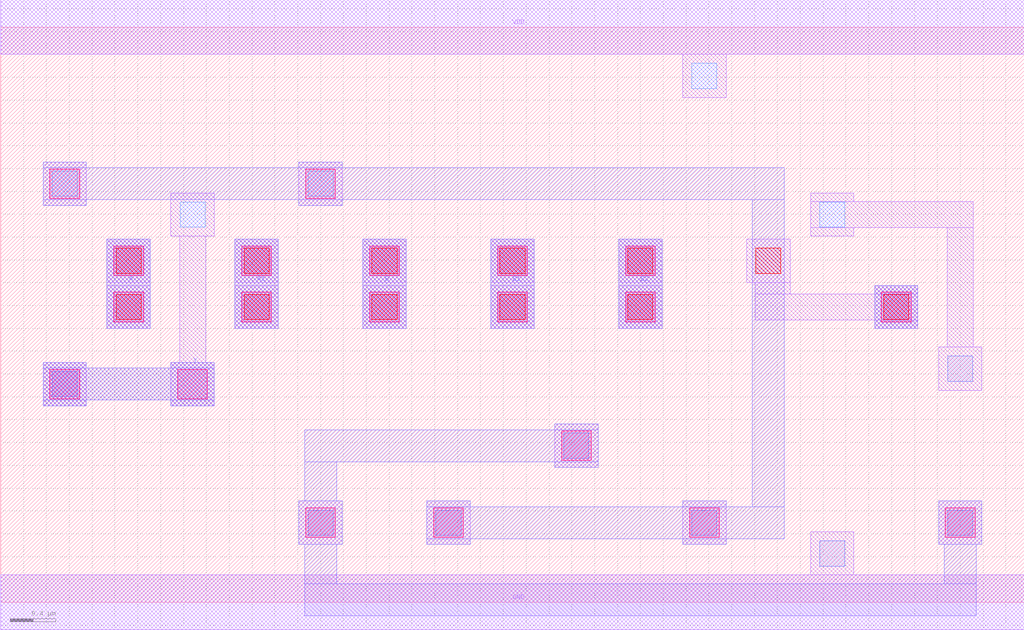
<source format=lef>
MACRO AOAI231
 CLASS CORE ;
 FOREIGN AOAI231 0 0 ;
 SIZE 8.96 BY 5.04 ;
 ORIGIN 0 0 ;
 SYMMETRY X Y R90 ;
 SITE unit ;
  PIN VDD
   DIRECTION INOUT ;
   USE POWER ;
   SHAPE ABUTMENT ;
    PORT
     CLASS CORE ;
       LAYER met1 ;
        RECT 0.00000000 4.80000000 8.96000000 5.28000000 ;
    END
  END VDD

  PIN GND
   DIRECTION INOUT ;
   USE POWER ;
   SHAPE ABUTMENT ;
    PORT
     CLASS CORE ;
       LAYER met1 ;
        RECT 0.00000000 -0.24000000 8.96000000 0.24000000 ;
    END
  END GND

  PIN Y
   DIRECTION INOUT ;
   USE SIGNAL ;
   SHAPE ABUTMENT ;
    PORT
     CLASS CORE ;
       LAYER met2 ;
        RECT 0.37000000 1.72200000 0.75000000 1.77200000 ;
        RECT 1.49000000 1.72200000 1.87000000 1.77200000 ;
        RECT 0.37000000 1.77200000 1.87000000 2.05200000 ;
        RECT 0.37000000 2.05200000 0.75000000 2.10200000 ;
        RECT 1.49000000 2.05200000 1.87000000 2.10200000 ;
    END
  END Y

  PIN A
   DIRECTION INOUT ;
   USE SIGNAL ;
   SHAPE ABUTMENT ;
    PORT
     CLASS CORE ;
       LAYER met2 ;
        RECT 0.93000000 2.39700000 1.31000000 3.18200000 ;
    END
  END A

  PIN C
   DIRECTION INOUT ;
   USE SIGNAL ;
   SHAPE ABUTMENT ;
    PORT
     CLASS CORE ;
       LAYER met2 ;
        RECT 7.65000000 2.39700000 8.03000000 2.77700000 ;
    END
  END C

  PIN A1
   DIRECTION INOUT ;
   USE SIGNAL ;
   SHAPE ABUTMENT ;
    PORT
     CLASS CORE ;
       LAYER met2 ;
        RECT 2.05000000 2.39700000 2.43000000 3.18200000 ;
    END
  END A1

  PIN B
   DIRECTION INOUT ;
   USE SIGNAL ;
   SHAPE ABUTMENT ;
    PORT
     CLASS CORE ;
       LAYER met2 ;
        RECT 3.17000000 2.39700000 3.55000000 3.18200000 ;
    END
  END B

  PIN B2
   DIRECTION INOUT ;
   USE SIGNAL ;
   SHAPE ABUTMENT ;
    PORT
     CLASS CORE ;
       LAYER met2 ;
        RECT 5.41000000 2.39700000 5.79000000 3.18200000 ;
    END
  END B2

  PIN B1
   DIRECTION INOUT ;
   USE SIGNAL ;
   SHAPE ABUTMENT ;
    PORT
     CLASS CORE ;
       LAYER met2 ;
        RECT 4.29000000 2.39700000 4.67000000 3.18200000 ;
    END
  END B1

 OBS
    LAYER polycont ;
     RECT 1.01000000 2.47700000 1.23000000 2.69700000 ;
     RECT 2.13000000 2.47700000 2.35000000 2.69700000 ;
     RECT 3.25000000 2.47700000 3.47000000 2.69700000 ;
     RECT 4.37000000 2.47700000 4.59000000 2.69700000 ;
     RECT 5.49000000 2.47700000 5.71000000 2.69700000 ;
     RECT 7.73000000 2.47700000 7.95000000 2.69700000 ;
     RECT 1.01000000 2.88200000 1.23000000 3.10200000 ;
     RECT 2.13000000 2.88200000 2.35000000 3.10200000 ;
     RECT 3.25000000 2.88200000 3.47000000 3.10200000 ;
     RECT 4.37000000 2.88200000 4.59000000 3.10200000 ;
     RECT 5.49000000 2.88200000 5.71000000 3.10200000 ;
     RECT 6.61000000 2.88200000 6.83000000 3.10200000 ;

    LAYER pdiffc ;
     RECT 1.57000000 3.28700000 1.79000000 3.50700000 ;
     RECT 7.17000000 3.28700000 7.39000000 3.50700000 ;
     RECT 0.45000000 3.55700000 0.67000000 3.77700000 ;
     RECT 2.69000000 3.55700000 2.91000000 3.77700000 ;
     RECT 6.05000000 4.50200000 6.27000000 4.72200000 ;

    LAYER ndiffc ;
     RECT 7.17000000 0.31700000 7.39000000 0.53700000 ;
     RECT 2.69000000 0.58700000 2.91000000 0.80700000 ;
     RECT 3.81000000 0.58700000 4.03000000 0.80700000 ;
     RECT 6.05000000 0.58700000 6.27000000 0.80700000 ;
     RECT 8.29000000 0.58700000 8.51000000 0.80700000 ;
     RECT 4.93000000 1.26200000 5.15000000 1.48200000 ;
     RECT 0.45000000 1.80200000 0.67000000 2.02200000 ;
     RECT 8.29000000 1.93700000 8.51000000 2.15700000 ;

    LAYER met1 ;
     RECT 0.00000000 -0.24000000 8.96000000 0.24000000 ;
     RECT 7.09000000 0.24000000 7.47000000 0.61700000 ;
     RECT 2.61000000 0.50700000 2.99000000 0.88700000 ;
     RECT 3.73000000 0.50700000 4.11000000 0.88700000 ;
     RECT 5.97000000 0.50700000 6.35000000 0.88700000 ;
     RECT 8.21000000 0.50700000 8.59000000 0.88700000 ;
     RECT 4.85000000 1.18200000 5.23000000 1.56200000 ;
     RECT 0.37000000 1.72200000 0.75000000 2.10200000 ;
     RECT 0.93000000 2.39700000 1.31000000 2.77700000 ;
     RECT 2.05000000 2.39700000 2.43000000 2.77700000 ;
     RECT 3.17000000 2.39700000 3.55000000 2.77700000 ;
     RECT 4.29000000 2.39700000 4.67000000 2.77700000 ;
     RECT 5.41000000 2.39700000 5.79000000 2.77700000 ;
     RECT 0.93000000 2.80200000 1.31000000 3.18200000 ;
     RECT 2.05000000 2.80200000 2.43000000 3.18200000 ;
     RECT 3.17000000 2.80200000 3.55000000 3.18200000 ;
     RECT 4.29000000 2.80200000 4.67000000 3.18200000 ;
     RECT 5.41000000 2.80200000 5.79000000 3.18200000 ;
     RECT 7.65000000 2.39700000 8.03000000 2.47200000 ;
     RECT 6.60500000 2.47200000 8.03000000 2.70200000 ;
     RECT 7.65000000 2.70200000 8.03000000 2.77700000 ;
     RECT 6.60500000 2.70200000 6.91000000 2.80200000 ;
     RECT 6.53000000 2.80200000 6.91000000 3.18200000 ;
     RECT 1.49000000 1.72200000 1.87000000 2.10200000 ;
     RECT 1.56500000 2.10200000 1.79500000 3.20700000 ;
     RECT 1.49000000 3.20700000 1.87000000 3.58700000 ;
     RECT 8.21000000 1.85700000 8.59000000 2.23700000 ;
     RECT 7.09000000 3.20700000 7.47000000 3.28200000 ;
     RECT 8.28500000 2.23700000 8.51500000 3.28200000 ;
     RECT 7.09000000 3.28200000 8.51500000 3.51200000 ;
     RECT 7.09000000 3.51200000 7.47000000 3.58700000 ;
     RECT 0.37000000 3.47700000 0.75000000 3.85700000 ;
     RECT 2.61000000 3.47700000 2.99000000 3.85700000 ;
     RECT 5.97000000 4.42200000 6.35000000 4.80000000 ;
     RECT 0.00000000 4.80000000 8.96000000 5.28000000 ;

    LAYER via1 ;
     RECT 2.67000000 0.56700000 2.93000000 0.82700000 ;
     RECT 3.79000000 0.56700000 4.05000000 0.82700000 ;
     RECT 6.03000000 0.56700000 6.29000000 0.82700000 ;
     RECT 8.27000000 0.56700000 8.53000000 0.82700000 ;
     RECT 4.91000000 1.24200000 5.17000000 1.50200000 ;
     RECT 0.43000000 1.78200000 0.69000000 2.04200000 ;
     RECT 1.55000000 1.78200000 1.81000000 2.04200000 ;
     RECT 0.99000000 2.45700000 1.25000000 2.71700000 ;
     RECT 2.11000000 2.45700000 2.37000000 2.71700000 ;
     RECT 3.23000000 2.45700000 3.49000000 2.71700000 ;
     RECT 4.35000000 2.45700000 4.61000000 2.71700000 ;
     RECT 5.47000000 2.45700000 5.73000000 2.71700000 ;
     RECT 7.71000000 2.45700000 7.97000000 2.71700000 ;
     RECT 0.99000000 2.86200000 1.25000000 3.12200000 ;
     RECT 2.11000000 2.86200000 2.37000000 3.12200000 ;
     RECT 3.23000000 2.86200000 3.49000000 3.12200000 ;
     RECT 4.35000000 2.86200000 4.61000000 3.12200000 ;
     RECT 5.47000000 2.86200000 5.73000000 3.12200000 ;
     RECT 0.43000000 3.53700000 0.69000000 3.79700000 ;
     RECT 2.67000000 3.53700000 2.93000000 3.79700000 ;

    LAYER met2 ;
     RECT 2.66000000 -0.11800000 8.54000000 0.16200000 ;
     RECT 2.66000000 0.16200000 2.94000000 0.50700000 ;
     RECT 8.26000000 0.16200000 8.54000000 0.50700000 ;
     RECT 2.61000000 0.50700000 2.99000000 0.88700000 ;
     RECT 8.21000000 0.50700000 8.59000000 0.88700000 ;
     RECT 2.66000000 0.88700000 2.94000000 1.23200000 ;
     RECT 4.85000000 1.18200000 5.23000000 1.23200000 ;
     RECT 2.66000000 1.23200000 5.23000000 1.51200000 ;
     RECT 4.85000000 1.51200000 5.23000000 1.56200000 ;
     RECT 0.37000000 1.72200000 0.75000000 1.77200000 ;
     RECT 1.49000000 1.72200000 1.87000000 1.77200000 ;
     RECT 0.37000000 1.77200000 1.87000000 2.05200000 ;
     RECT 0.37000000 2.05200000 0.75000000 2.10200000 ;
     RECT 1.49000000 2.05200000 1.87000000 2.10200000 ;
     RECT 7.65000000 2.39700000 8.03000000 2.77700000 ;
     RECT 0.93000000 2.39700000 1.31000000 3.18200000 ;
     RECT 2.05000000 2.39700000 2.43000000 3.18200000 ;
     RECT 3.17000000 2.39700000 3.55000000 3.18200000 ;
     RECT 4.29000000 2.39700000 4.67000000 3.18200000 ;
     RECT 5.41000000 2.39700000 5.79000000 3.18200000 ;
     RECT 3.73000000 0.50700000 4.11000000 0.55700000 ;
     RECT 5.97000000 0.50700000 6.35000000 0.55700000 ;
     RECT 3.73000000 0.55700000 6.86000000 0.83700000 ;
     RECT 3.73000000 0.83700000 4.11000000 0.88700000 ;
     RECT 5.97000000 0.83700000 6.35000000 0.88700000 ;
     RECT 0.37000000 3.47700000 0.75000000 3.52700000 ;
     RECT 2.61000000 3.47700000 2.99000000 3.52700000 ;
     RECT 6.58000000 0.83700000 6.86000000 3.52700000 ;
     RECT 0.37000000 3.52700000 6.86000000 3.80700000 ;
     RECT 0.37000000 3.80700000 0.75000000 3.85700000 ;
     RECT 2.61000000 3.80700000 2.99000000 3.85700000 ;

 END
END AOAI231

</source>
